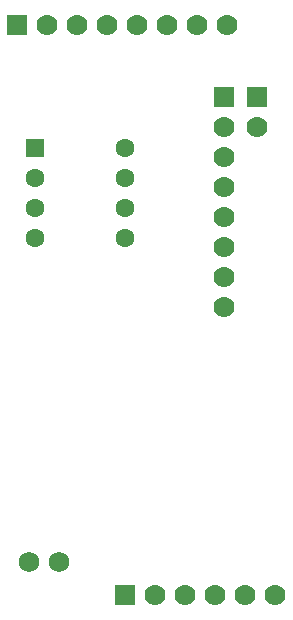
<source format=gts>
G04 ---------------------------- Layer name :TOP SOLDER LAYER*
G04 EasyEDA v5.8.22, Sun, 13 Jan 2019 10:54:29 GMT*
G04 0d4c4f045a714df3bf040a356c4a61dc*
G04 Gerber Generator version 0.2*
G04 Scale: 100 percent, Rotated: No, Reflected: No *
G04 Dimensions in inches *
G04 leading zeros omitted , absolute positions ,2 integer and 4 decimal *
%FSLAX24Y24*%
%MOIN*%
G90*
G70D02*

%ADD21R,0.070000X0.070000*%
%ADD22C,0.070000*%
%ADD23C,0.068000*%
%ADD24R,0.063000X0.063000*%
%ADD25C,0.063000*%

%LPD*%
G54D21*
G01X9000Y17499D03*
G54D22*
G01X9000Y16499D03*
G54D21*
G01X7900Y17499D03*
G54D22*
G01X7900Y16499D03*
G01X7900Y15499D03*
G01X7900Y14499D03*
G01X7900Y13499D03*
G01X7900Y12499D03*
G01X7900Y11499D03*
G01X7900Y10499D03*
G54D23*
G01X1400Y2000D03*
G01X2400Y2000D03*
G54D22*
G01X9600Y900D03*
G01X8600Y900D03*
G01X7600Y900D03*
G01X6600Y900D03*
G01X5600Y900D03*
G54D21*
G01X4600Y900D03*
G01X1000Y19900D03*
G54D22*
G01X2000Y19900D03*
G01X3000Y19900D03*
G01X4000Y19900D03*
G01X5000Y19900D03*
G01X6000Y19900D03*
G01X7000Y19900D03*
G01X8000Y19900D03*
G54D24*
G01X1600Y15799D03*
G54D25*
G01X1600Y14799D03*
G01X1600Y13799D03*
G01X1600Y12799D03*
G01X4600Y12799D03*
G01X4600Y13799D03*
G01X4600Y14799D03*
G01X4600Y15799D03*
M00*
M02*

</source>
